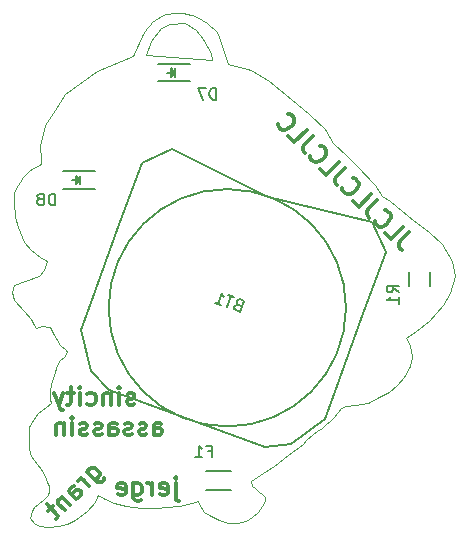
<source format=gbo>
%TF.GenerationSoftware,KiCad,Pcbnew,4.0.5+dfsg1-4*%
%TF.CreationDate,2019-11-28T21:22:44-08:00*%
%TF.ProjectId,SpangSimple,5370616E6753696D706C652E6B696361,rev?*%
%TF.FileFunction,Legend,Bot*%
%FSLAX46Y46*%
G04 Gerber Fmt 4.6, Leading zero omitted, Abs format (unit mm)*
G04 Created by KiCad (PCBNEW 4.0.5+dfsg1-4) date Thu Nov 28 21:22:44 2019*
%MOMM*%
%LPD*%
G01*
G04 APERTURE LIST*
%ADD10C,0.100000*%
%ADD11C,0.300000*%
%ADD12C,0.150000*%
G04 APERTURE END LIST*
D10*
D11*
X144972801Y-110355543D02*
X144829944Y-110426971D01*
X144544229Y-110426971D01*
X144401372Y-110355543D01*
X144329944Y-110212686D01*
X144329944Y-110141257D01*
X144401372Y-109998400D01*
X144544229Y-109926971D01*
X144758515Y-109926971D01*
X144901372Y-109855543D01*
X144972801Y-109712686D01*
X144972801Y-109641257D01*
X144901372Y-109498400D01*
X144758515Y-109426971D01*
X144544229Y-109426971D01*
X144401372Y-109498400D01*
X143687086Y-110426971D02*
X143687086Y-109426971D01*
X143687086Y-108926971D02*
X143758515Y-108998400D01*
X143687086Y-109069829D01*
X143615658Y-108998400D01*
X143687086Y-108926971D01*
X143687086Y-109069829D01*
X142972800Y-109426971D02*
X142972800Y-110426971D01*
X142972800Y-109569829D02*
X142901372Y-109498400D01*
X142758514Y-109426971D01*
X142544229Y-109426971D01*
X142401372Y-109498400D01*
X142329943Y-109641257D01*
X142329943Y-110426971D01*
X140972800Y-110355543D02*
X141115657Y-110426971D01*
X141401371Y-110426971D01*
X141544229Y-110355543D01*
X141615657Y-110284114D01*
X141687086Y-110141257D01*
X141687086Y-109712686D01*
X141615657Y-109569829D01*
X141544229Y-109498400D01*
X141401371Y-109426971D01*
X141115657Y-109426971D01*
X140972800Y-109498400D01*
X140329943Y-110426971D02*
X140329943Y-109426971D01*
X140329943Y-108926971D02*
X140401372Y-108998400D01*
X140329943Y-109069829D01*
X140258515Y-108998400D01*
X140329943Y-108926971D01*
X140329943Y-109069829D01*
X139829943Y-109426971D02*
X139258514Y-109426971D01*
X139615657Y-108926971D02*
X139615657Y-110212686D01*
X139544229Y-110355543D01*
X139401371Y-110426971D01*
X139258514Y-110426971D01*
X138901371Y-109426971D02*
X138544228Y-110426971D01*
X138187086Y-109426971D02*
X138544228Y-110426971D01*
X138687086Y-110784114D01*
X138758514Y-110855543D01*
X138901371Y-110926971D01*
X146615659Y-112976971D02*
X146615659Y-112191257D01*
X146687088Y-112048400D01*
X146829945Y-111976971D01*
X147115659Y-111976971D01*
X147258516Y-112048400D01*
X146615659Y-112905543D02*
X146758516Y-112976971D01*
X147115659Y-112976971D01*
X147258516Y-112905543D01*
X147329945Y-112762686D01*
X147329945Y-112619829D01*
X147258516Y-112476971D01*
X147115659Y-112405543D01*
X146758516Y-112405543D01*
X146615659Y-112334114D01*
X145972802Y-112905543D02*
X145829945Y-112976971D01*
X145544230Y-112976971D01*
X145401373Y-112905543D01*
X145329945Y-112762686D01*
X145329945Y-112691257D01*
X145401373Y-112548400D01*
X145544230Y-112476971D01*
X145758516Y-112476971D01*
X145901373Y-112405543D01*
X145972802Y-112262686D01*
X145972802Y-112191257D01*
X145901373Y-112048400D01*
X145758516Y-111976971D01*
X145544230Y-111976971D01*
X145401373Y-112048400D01*
X144758516Y-112905543D02*
X144615659Y-112976971D01*
X144329944Y-112976971D01*
X144187087Y-112905543D01*
X144115659Y-112762686D01*
X144115659Y-112691257D01*
X144187087Y-112548400D01*
X144329944Y-112476971D01*
X144544230Y-112476971D01*
X144687087Y-112405543D01*
X144758516Y-112262686D01*
X144758516Y-112191257D01*
X144687087Y-112048400D01*
X144544230Y-111976971D01*
X144329944Y-111976971D01*
X144187087Y-112048400D01*
X142829944Y-112976971D02*
X142829944Y-112191257D01*
X142901373Y-112048400D01*
X143044230Y-111976971D01*
X143329944Y-111976971D01*
X143472801Y-112048400D01*
X142829944Y-112905543D02*
X142972801Y-112976971D01*
X143329944Y-112976971D01*
X143472801Y-112905543D01*
X143544230Y-112762686D01*
X143544230Y-112619829D01*
X143472801Y-112476971D01*
X143329944Y-112405543D01*
X142972801Y-112405543D01*
X142829944Y-112334114D01*
X142187087Y-112905543D02*
X142044230Y-112976971D01*
X141758515Y-112976971D01*
X141615658Y-112905543D01*
X141544230Y-112762686D01*
X141544230Y-112691257D01*
X141615658Y-112548400D01*
X141758515Y-112476971D01*
X141972801Y-112476971D01*
X142115658Y-112405543D01*
X142187087Y-112262686D01*
X142187087Y-112191257D01*
X142115658Y-112048400D01*
X141972801Y-111976971D01*
X141758515Y-111976971D01*
X141615658Y-112048400D01*
X140972801Y-112905543D02*
X140829944Y-112976971D01*
X140544229Y-112976971D01*
X140401372Y-112905543D01*
X140329944Y-112762686D01*
X140329944Y-112691257D01*
X140401372Y-112548400D01*
X140544229Y-112476971D01*
X140758515Y-112476971D01*
X140901372Y-112405543D01*
X140972801Y-112262686D01*
X140972801Y-112191257D01*
X140901372Y-112048400D01*
X140758515Y-111976971D01*
X140544229Y-111976971D01*
X140401372Y-112048400D01*
X139687086Y-112976971D02*
X139687086Y-111976971D01*
X139687086Y-111476971D02*
X139758515Y-111548400D01*
X139687086Y-111619829D01*
X139615658Y-111548400D01*
X139687086Y-111476971D01*
X139687086Y-111619829D01*
X138972800Y-111976971D02*
X138972800Y-112976971D01*
X138972800Y-112119829D02*
X138901372Y-112048400D01*
X138758514Y-111976971D01*
X138544229Y-111976971D01*
X138401372Y-112048400D01*
X138329943Y-112191257D01*
X138329943Y-112976971D01*
X140963421Y-116112610D02*
X141822051Y-116971240D01*
X141973574Y-117021747D01*
X142074589Y-117021748D01*
X142226111Y-116971240D01*
X142377635Y-116819717D01*
X142428142Y-116668194D01*
X141620021Y-116769209D02*
X141771543Y-116718701D01*
X141973573Y-116516671D01*
X142024082Y-116365148D01*
X142024081Y-116264133D01*
X141973574Y-116112610D01*
X141670528Y-115809564D01*
X141519005Y-115759057D01*
X141417990Y-115759056D01*
X141266466Y-115809564D01*
X141064436Y-116011595D01*
X141013929Y-116163118D01*
X141165451Y-117324793D02*
X140458345Y-116617686D01*
X140660376Y-116819717D02*
X140508853Y-116769209D01*
X140407837Y-116769209D01*
X140256314Y-116819717D01*
X140155299Y-116920732D01*
X140054284Y-118435960D02*
X139498700Y-117880377D01*
X139448193Y-117728854D01*
X139498700Y-117577331D01*
X139700731Y-117375300D01*
X139852254Y-117324793D01*
X140003777Y-118385453D02*
X140155299Y-118334945D01*
X140407837Y-118082407D01*
X140458345Y-117930885D01*
X140407838Y-117779362D01*
X140306823Y-117678346D01*
X140155299Y-117627838D01*
X140003777Y-117678346D01*
X139751238Y-117930885D01*
X139599715Y-117981392D01*
X138842101Y-118233930D02*
X139549207Y-118941037D01*
X138943117Y-118334946D02*
X138842101Y-118334945D01*
X138690578Y-118385453D01*
X138539055Y-118536976D01*
X138488548Y-118688499D01*
X138539055Y-118840022D01*
X139094639Y-119395605D01*
X138033979Y-119042052D02*
X137629917Y-119446113D01*
X137528902Y-118840022D02*
X138438040Y-119749160D01*
X138488548Y-119900682D01*
X138438039Y-120052205D01*
X138337024Y-120153220D01*
X148453171Y-117102771D02*
X148453171Y-118388486D01*
X148524600Y-118531343D01*
X148667457Y-118602771D01*
X148738885Y-118602771D01*
X148453171Y-116602771D02*
X148524600Y-116674200D01*
X148453171Y-116745629D01*
X148381743Y-116674200D01*
X148453171Y-116602771D01*
X148453171Y-116745629D01*
X147167457Y-118031343D02*
X147310314Y-118102771D01*
X147596028Y-118102771D01*
X147738885Y-118031343D01*
X147810314Y-117888486D01*
X147810314Y-117317057D01*
X147738885Y-117174200D01*
X147596028Y-117102771D01*
X147310314Y-117102771D01*
X147167457Y-117174200D01*
X147096028Y-117317057D01*
X147096028Y-117459914D01*
X147810314Y-117602771D01*
X146453171Y-118102771D02*
X146453171Y-117102771D01*
X146453171Y-117388486D02*
X146381743Y-117245629D01*
X146310314Y-117174200D01*
X146167457Y-117102771D01*
X146024600Y-117102771D01*
X144881743Y-117102771D02*
X144881743Y-118317057D01*
X144953172Y-118459914D01*
X145024600Y-118531343D01*
X145167457Y-118602771D01*
X145381743Y-118602771D01*
X145524600Y-118531343D01*
X144881743Y-118031343D02*
X145024600Y-118102771D01*
X145310314Y-118102771D01*
X145453172Y-118031343D01*
X145524600Y-117959914D01*
X145596029Y-117817057D01*
X145596029Y-117388486D01*
X145524600Y-117245629D01*
X145453172Y-117174200D01*
X145310314Y-117102771D01*
X145024600Y-117102771D01*
X144881743Y-117174200D01*
X143596029Y-118031343D02*
X143738886Y-118102771D01*
X144024600Y-118102771D01*
X144167457Y-118031343D01*
X144238886Y-117888486D01*
X144238886Y-117317057D01*
X144167457Y-117174200D01*
X144024600Y-117102771D01*
X143738886Y-117102771D01*
X143596029Y-117174200D01*
X143524600Y-117317057D01*
X143524600Y-117459914D01*
X144238886Y-117602771D01*
X168243278Y-95860002D02*
X167485664Y-96617617D01*
X167384648Y-96819647D01*
X167384648Y-97021678D01*
X167485664Y-97223708D01*
X167586679Y-97324723D01*
X166172465Y-95910509D02*
X166677542Y-96415586D01*
X167738202Y-95354926D01*
X165313835Y-94849849D02*
X165313835Y-94950865D01*
X165414851Y-95152895D01*
X165515866Y-95253911D01*
X165717896Y-95354926D01*
X165919927Y-95354926D01*
X166071449Y-95304419D01*
X166323988Y-95152895D01*
X166475511Y-95001373D01*
X166627034Y-94748834D01*
X166677542Y-94597312D01*
X166677541Y-94395281D01*
X166576526Y-94193250D01*
X166475511Y-94092235D01*
X166273480Y-93991220D01*
X166172464Y-93991220D01*
X165515866Y-93132590D02*
X164758252Y-93890205D01*
X164657236Y-94092235D01*
X164657236Y-94294266D01*
X164758252Y-94496296D01*
X164859267Y-94597311D01*
X163445053Y-93183097D02*
X163950130Y-93688174D01*
X165010790Y-92627514D01*
X162586423Y-92122437D02*
X162586423Y-92223453D01*
X162687439Y-92425483D01*
X162788454Y-92526499D01*
X162990484Y-92627514D01*
X163192515Y-92627514D01*
X163344037Y-92577007D01*
X163596576Y-92425483D01*
X163748099Y-92273961D01*
X163899622Y-92021422D01*
X163950130Y-91869900D01*
X163950129Y-91667869D01*
X163849114Y-91465838D01*
X163748099Y-91364823D01*
X163546068Y-91263808D01*
X163445052Y-91263808D01*
X162788454Y-90405178D02*
X162030840Y-91162793D01*
X161929824Y-91364823D01*
X161929824Y-91566854D01*
X162030840Y-91768884D01*
X162131855Y-91869899D01*
X160717641Y-90455686D02*
X161222718Y-90960762D01*
X162283378Y-89900102D01*
X159859011Y-89395025D02*
X159859011Y-89496041D01*
X159960027Y-89698072D01*
X160061042Y-89799087D01*
X160263072Y-89900102D01*
X160465103Y-89900103D01*
X160616625Y-89849595D01*
X160869164Y-89698072D01*
X161020687Y-89546549D01*
X161172210Y-89294010D01*
X161222718Y-89142488D01*
X161222717Y-88940457D01*
X161121703Y-88738426D01*
X161020687Y-88637411D01*
X160818656Y-88536396D01*
X160717640Y-88536396D01*
X160061042Y-87677766D02*
X159303428Y-88435381D01*
X159202412Y-88637411D01*
X159202412Y-88839442D01*
X159303428Y-89041472D01*
X159404443Y-89142487D01*
X157990229Y-87728274D02*
X158495306Y-88233350D01*
X159555966Y-87172690D01*
X157131599Y-86667613D02*
X157131599Y-86768629D01*
X157232615Y-86970660D01*
X157333630Y-87071675D01*
X157535660Y-87172690D01*
X157737691Y-87172691D01*
X157889213Y-87122183D01*
X158141752Y-86970660D01*
X158293275Y-86819137D01*
X158444798Y-86566598D01*
X158495306Y-86415076D01*
X158495305Y-86213045D01*
X158394291Y-86011015D01*
X158293275Y-85909999D01*
X158091244Y-85808984D01*
X157990229Y-85808984D01*
D10*
X137784438Y-103830542D02*
X138057727Y-104412761D01*
X138057727Y-104412761D02*
X138629151Y-105348474D01*
X138629151Y-105348474D02*
X139175730Y-105847521D01*
X139175730Y-105847521D02*
X139262684Y-105993077D01*
X139262684Y-105993077D02*
X139026662Y-106377757D01*
X139026662Y-106377757D02*
X138678838Y-106668867D01*
X138678838Y-106668867D02*
X138442816Y-107063946D01*
X138442816Y-107063946D02*
X138132260Y-107937276D01*
X138132260Y-107937276D02*
X137933503Y-108706640D01*
X137933503Y-108706640D02*
X137846549Y-109247273D01*
X137846549Y-109247273D02*
X137834130Y-109964652D01*
X137834130Y-109964652D02*
X137871398Y-110338938D01*
X137871398Y-110338938D02*
X137486308Y-110598858D01*
X137486308Y-110598858D02*
X136790662Y-111129094D01*
X136790662Y-111129094D02*
X136405572Y-111700918D01*
X136405572Y-111700918D02*
X136082594Y-112345520D01*
X136082594Y-112345520D02*
X136020488Y-113135677D01*
X136020488Y-113135677D02*
X136032907Y-114227338D01*
X136032907Y-114227338D02*
X136219240Y-114799163D01*
X136219240Y-114799163D02*
X136467685Y-115121464D01*
X136467685Y-115121464D02*
X136740975Y-115454163D01*
X136740975Y-115454163D02*
X137063953Y-115890827D01*
X137063953Y-115890827D02*
X137399354Y-116452256D01*
X137399354Y-116452256D02*
X137598110Y-116982491D01*
X137598110Y-116982491D02*
X137697483Y-117315189D01*
X137697483Y-117315189D02*
X137747170Y-117741457D01*
X137747170Y-117741457D02*
X137610526Y-118105346D01*
X137610526Y-118105346D02*
X137287548Y-118438042D01*
X137287548Y-118438042D02*
X136803079Y-118822725D01*
X136803079Y-118822725D02*
X136430412Y-119082644D01*
X136430412Y-119082644D02*
X136281344Y-119446532D01*
X136281344Y-119446532D02*
X136169544Y-119997563D01*
X136169544Y-119997563D02*
X136455256Y-120423831D01*
X136455256Y-120423831D02*
X136852768Y-120673355D01*
X136852768Y-120673355D02*
X137610526Y-120756525D01*
X137610526Y-120756525D02*
X138492506Y-120704535D01*
X138492506Y-120704535D02*
X139287530Y-120527791D01*
X139287530Y-120527791D02*
X139933488Y-120195092D01*
X139933488Y-120195092D02*
X140914845Y-119425730D01*
X140914845Y-119425730D02*
X141635336Y-118677160D01*
X141635336Y-118677160D02*
X141809248Y-118271686D01*
X141809248Y-118271686D02*
X141908622Y-118126130D01*
X141908622Y-118126130D02*
X142504889Y-118406844D01*
X142504889Y-118406844D02*
X143200536Y-118739540D01*
X143200536Y-118739540D02*
X144268850Y-118989064D01*
X144268850Y-118989064D02*
X145598032Y-119155412D01*
X145598032Y-119155412D02*
X146840256Y-119196992D01*
X146840256Y-119196992D02*
X147660126Y-119145012D01*
X147660126Y-119145012D02*
X148778127Y-119020251D01*
X148778127Y-119020251D02*
X149809175Y-118781124D01*
X149809175Y-118781124D02*
X150343332Y-118614773D01*
X150343332Y-118614773D02*
X150442702Y-118874695D01*
X150442702Y-118874695D02*
X150877480Y-119550487D01*
X150877480Y-119550487D02*
X151424060Y-119893582D01*
X151424060Y-119893582D02*
X152094861Y-120226278D01*
X152094861Y-120226278D02*
X152902308Y-120455007D01*
X152902308Y-120455007D02*
X153660066Y-120465397D01*
X153660066Y-120465397D02*
X154380556Y-120247063D01*
X154380556Y-120247063D02*
X154914714Y-119924762D01*
X154914714Y-119924762D02*
X155473714Y-119540082D01*
X155473714Y-119540082D02*
X155784271Y-118989050D01*
X155784271Y-118989050D02*
X155995448Y-118604369D01*
X155995448Y-118604369D02*
X155983028Y-118292467D01*
X155983028Y-118292467D02*
X155771851Y-118042943D01*
X155771851Y-118042943D02*
X155535828Y-117814212D01*
X155535828Y-117814212D02*
X155188006Y-117533499D01*
X155188006Y-117533499D02*
X154951983Y-117294371D01*
X154951983Y-117294371D02*
X154840183Y-116930485D01*
X154840183Y-116930485D02*
X155101050Y-116732945D01*
X155101050Y-116732945D02*
X155896074Y-116254693D01*
X155896074Y-116254693D02*
X156802898Y-115599692D01*
X156802898Y-115599692D02*
X157958168Y-114726362D01*
X157958168Y-114726362D02*
X159212815Y-113749065D01*
X159212815Y-113749065D02*
X159535794Y-113468351D01*
X159535794Y-113468351D02*
X160119640Y-112948511D01*
X160119640Y-112948511D02*
X160467463Y-112636605D01*
X160467463Y-112636605D02*
X160863322Y-112378696D01*
X160863322Y-112378696D02*
X161229295Y-112088163D01*
X161229295Y-112088163D02*
X161527529Y-111809825D01*
X161527529Y-111809825D02*
X161862989Y-111473646D01*
X161862989Y-111473646D02*
X162479868Y-110733995D01*
X162479868Y-110733995D02*
X162889803Y-110567646D01*
X162889803Y-110567646D02*
X163647560Y-110505266D01*
X163647560Y-110505266D02*
X164765572Y-110255755D01*
X164765572Y-110255755D02*
X165684818Y-109819088D01*
X165684818Y-109819088D02*
X166554376Y-109340837D01*
X166554376Y-109340837D02*
X167225177Y-108800203D01*
X167225177Y-108800203D02*
X167796601Y-108093220D01*
X167796601Y-108093220D02*
X168318336Y-107136716D01*
X168318336Y-107136716D02*
X168504668Y-106440131D01*
X168504668Y-106440131D02*
X168417718Y-105774735D01*
X168417718Y-105774735D02*
X168243806Y-105244499D01*
X168243806Y-105244499D02*
X167970517Y-104766246D01*
X167970517Y-104766246D02*
X168802807Y-104204818D01*
X168802807Y-104204818D02*
X169945655Y-103321092D01*
X169945655Y-103321092D02*
X171125770Y-101969507D01*
X171125770Y-101969507D02*
X171697194Y-100961018D01*
X171697194Y-100961018D02*
X172094706Y-99515862D01*
X172094706Y-99515862D02*
X171871105Y-98289040D01*
X171871105Y-98289040D02*
X171038814Y-96833490D01*
X171038814Y-96833490D02*
X169908388Y-95814600D01*
X169908388Y-95814600D02*
X168529518Y-94837301D01*
X168529518Y-94837301D02*
X167635115Y-94078348D01*
X167635115Y-94078348D02*
X166616491Y-93215414D01*
X166616491Y-93215414D02*
X165945690Y-92737161D01*
X165945690Y-92737161D02*
X165299729Y-91874224D01*
X165299729Y-91874224D02*
X163833903Y-90231530D01*
X163833903Y-90231530D02*
X162927079Y-89347802D01*
X162927079Y-89347802D02*
X161809076Y-88318519D01*
X161809076Y-88318519D02*
X161063740Y-87112490D01*
X161063740Y-87112490D02*
X159722137Y-85802493D01*
X159722137Y-85802493D02*
X158231467Y-84575670D01*
X158231467Y-84575670D02*
X156343285Y-82995357D01*
X156343285Y-82995357D02*
X154877459Y-82142820D01*
X154877459Y-82142820D02*
X152865053Y-81581393D01*
X152865053Y-81581393D02*
X152017415Y-79073040D01*
X152017415Y-79073040D02*
X151879364Y-78840599D01*
X151879364Y-78840599D02*
X151671347Y-78593400D01*
X151671347Y-78593400D02*
X151400949Y-78341271D01*
X151400949Y-78341271D02*
X151075756Y-78094038D01*
X151075756Y-78094038D02*
X150703350Y-77861529D01*
X150703350Y-77861529D02*
X150291318Y-77653570D01*
X150291318Y-77653570D02*
X149847244Y-77479988D01*
X149847244Y-77479988D02*
X149378712Y-77350610D01*
X149378712Y-77350610D02*
X149137645Y-77305568D01*
X149137645Y-77305568D02*
X148893308Y-77275263D01*
X148893308Y-77275263D02*
X148646648Y-77260922D01*
X148646648Y-77260922D02*
X148398615Y-77263774D01*
X148398615Y-77263774D02*
X148150156Y-77285047D01*
X148150156Y-77285047D02*
X147902219Y-77325969D01*
X147902219Y-77325969D02*
X147655752Y-77387770D01*
X147655752Y-77387770D02*
X147411703Y-77471677D01*
X147411703Y-77471677D02*
X147171021Y-77578918D01*
X147171021Y-77578918D02*
X146934654Y-77710722D01*
X146934654Y-77710722D02*
X146703549Y-77868318D01*
X146703549Y-77868318D02*
X146478655Y-78052934D01*
X146478655Y-78052934D02*
X146260920Y-78265798D01*
X146260920Y-78265798D02*
X146051291Y-78508138D01*
X146051291Y-78508138D02*
X145850718Y-78781183D01*
X145850718Y-78781183D02*
X145660147Y-79086161D01*
X145660147Y-79086161D02*
X144840278Y-80936791D01*
X144840278Y-80936791D02*
X141759559Y-82205200D01*
X141759559Y-82205200D02*
X139109186Y-84141786D01*
X139109186Y-84141786D02*
X138239628Y-85472576D01*
X138239628Y-85472576D02*
X137436614Y-86800585D01*
X137436614Y-86800585D02*
X136939725Y-88505660D01*
X136939725Y-88505660D02*
X137088791Y-89566134D01*
X137088791Y-89566134D02*
X137088791Y-90023594D01*
X137088791Y-90023594D02*
X136140325Y-90608407D01*
X136140325Y-90608407D02*
X135558692Y-91152902D01*
X135558692Y-91152902D02*
X135248865Y-91615599D01*
X135248865Y-91615599D02*
X134912000Y-92087290D01*
X134912000Y-92087290D02*
X134778226Y-92520094D01*
X134778226Y-92520094D02*
X134778252Y-93246601D01*
X134778252Y-93246601D02*
X134827939Y-94577390D01*
X134827939Y-94577390D02*
X135076384Y-95388342D01*
X135076384Y-95388342D02*
X135647808Y-96635957D01*
X135647808Y-96635957D02*
X136194387Y-97342939D01*
X136194387Y-97342939D02*
X137014256Y-97966747D01*
X137014256Y-97966747D02*
X137585680Y-98237064D01*
X137585680Y-98237064D02*
X137287546Y-99027221D01*
X137287546Y-99027221D02*
X136914877Y-99526266D01*
X136914877Y-99526266D02*
X135672652Y-99942139D01*
X135672652Y-99942139D02*
X134778250Y-100316423D01*
X134778250Y-100316423D02*
X134579495Y-100877851D01*
X134579495Y-100877851D02*
X134803095Y-101543246D01*
X134803095Y-101543246D02*
X135622963Y-102499751D01*
X135622963Y-102499751D02*
X136244076Y-103206734D01*
X136244076Y-103206734D02*
X136467677Y-103664192D01*
X136467677Y-103664192D02*
X136616743Y-103913715D01*
X136616743Y-103913715D02*
X137113634Y-103809748D01*
X137113634Y-103809748D02*
X137784438Y-103830538D01*
X137784438Y-103830538D02*
X137784438Y-103830542D01*
X145908592Y-80820544D02*
X146368216Y-79645706D01*
X146368216Y-79645706D02*
X147250195Y-78574836D01*
X147250195Y-78574836D02*
X147945842Y-78179757D01*
X147945842Y-78179757D02*
X149287444Y-78158964D01*
X149287444Y-78158964D02*
X150219113Y-78720391D01*
X150219113Y-78720391D02*
X150790537Y-79458564D01*
X150790537Y-79458564D02*
X151411650Y-80654196D01*
X151411650Y-80654196D02*
X151498600Y-81278004D01*
X151498600Y-81278004D02*
X145945852Y-80862131D01*
X145945852Y-80862131D02*
X145908592Y-80820544D01*
X145908592Y-80820544D02*
X145908592Y-80820544D01*
D12*
X155989447Y-114026067D02*
X158210852Y-113770415D01*
X142833750Y-109237785D02*
X155989447Y-114026067D01*
X141296385Y-107614052D02*
X142833750Y-109237785D01*
X161116298Y-111635377D02*
X162142358Y-108816299D01*
X140443060Y-104110934D02*
X141469121Y-101291856D01*
X158210852Y-113770415D02*
X161116298Y-111635377D01*
X140443060Y-104110934D02*
X141296385Y-107614052D01*
X156252001Y-92838074D02*
X165051255Y-94976562D01*
X148136788Y-88820200D02*
X156252001Y-92838074D01*
X141469121Y-101291856D02*
X143521242Y-95653701D01*
X164194479Y-103178144D02*
X162142358Y-108816299D01*
X166246600Y-97539988D02*
X164194479Y-103178144D01*
X165051255Y-94976562D02*
X166246600Y-97539988D01*
X145573362Y-90015545D02*
X148136788Y-88820200D01*
X143521242Y-95653701D02*
X145573362Y-90015545D01*
X162881675Y-102235000D02*
G75*
G03X162881675Y-102235000I-10049875J0D01*
G01*
X149682000Y-83071400D02*
X146982000Y-83071400D01*
X149682000Y-81571400D02*
X146982000Y-81571400D01*
X148182000Y-82471400D02*
X148182000Y-82221400D01*
X148182000Y-82221400D02*
X148332000Y-82371400D01*
X148432000Y-81971400D02*
X148432000Y-82671400D01*
X148082000Y-82321400D02*
X147732000Y-82321400D01*
X148432000Y-82321400D02*
X148082000Y-81971400D01*
X148082000Y-81971400D02*
X148082000Y-82671400D01*
X148082000Y-82671400D02*
X148432000Y-82321400D01*
X141604800Y-92164600D02*
X138904800Y-92164600D01*
X141604800Y-90664600D02*
X138904800Y-90664600D01*
X140104800Y-91564600D02*
X140104800Y-91314600D01*
X140104800Y-91314600D02*
X140254800Y-91464600D01*
X140354800Y-91064600D02*
X140354800Y-91764600D01*
X140004800Y-91414600D02*
X139654800Y-91414600D01*
X140354800Y-91414600D02*
X140004800Y-91064600D01*
X140004800Y-91064600D02*
X140004800Y-91764600D01*
X140004800Y-91764600D02*
X140354800Y-91414600D01*
X169988200Y-100371200D02*
X169988200Y-99171200D01*
X168238200Y-99171200D02*
X168238200Y-100371200D01*
X153166600Y-117665400D02*
X151066600Y-117665400D01*
X153166600Y-116065400D02*
X151066600Y-116065400D01*
X153765570Y-101966764D02*
X153615041Y-101962651D01*
X153554007Y-101991112D01*
X153476687Y-102064320D01*
X153427827Y-102198562D01*
X153440001Y-102304343D01*
X153468461Y-102365377D01*
X153541669Y-102442697D01*
X153899648Y-102572991D01*
X154241668Y-101633298D01*
X153928436Y-101519291D01*
X153822655Y-101531465D01*
X153761621Y-101559926D01*
X153684301Y-101633134D01*
X153651728Y-101722628D01*
X153663901Y-101828409D01*
X153692362Y-101889443D01*
X153765570Y-101966764D01*
X154078801Y-102080771D01*
X153436217Y-101340138D02*
X152899249Y-101144698D01*
X152825713Y-102182111D02*
X153167734Y-101242418D01*
X151751778Y-101791230D02*
X152288746Y-101986671D01*
X152020262Y-101888951D02*
X152362283Y-100949258D01*
X152402917Y-101116073D01*
X152459838Y-101238141D01*
X152533046Y-101315461D01*
X151893495Y-84602581D02*
X151893495Y-83602581D01*
X151655400Y-83602581D01*
X151512542Y-83650200D01*
X151417304Y-83745438D01*
X151369685Y-83840676D01*
X151322066Y-84031152D01*
X151322066Y-84174010D01*
X151369685Y-84364486D01*
X151417304Y-84459724D01*
X151512542Y-84554962D01*
X151655400Y-84602581D01*
X151893495Y-84602581D01*
X150988733Y-83602581D02*
X150322066Y-83602581D01*
X150750638Y-84602581D01*
X138279095Y-93568781D02*
X138279095Y-92568781D01*
X138041000Y-92568781D01*
X137898142Y-92616400D01*
X137802904Y-92711638D01*
X137755285Y-92806876D01*
X137707666Y-92997352D01*
X137707666Y-93140210D01*
X137755285Y-93330686D01*
X137802904Y-93425924D01*
X137898142Y-93521162D01*
X138041000Y-93568781D01*
X138279095Y-93568781D01*
X137136238Y-92997352D02*
X137231476Y-92949733D01*
X137279095Y-92902114D01*
X137326714Y-92806876D01*
X137326714Y-92759257D01*
X137279095Y-92664019D01*
X137231476Y-92616400D01*
X137136238Y-92568781D01*
X136945761Y-92568781D01*
X136850523Y-92616400D01*
X136802904Y-92664019D01*
X136755285Y-92759257D01*
X136755285Y-92806876D01*
X136802904Y-92902114D01*
X136850523Y-92949733D01*
X136945761Y-92997352D01*
X137136238Y-92997352D01*
X137231476Y-93044971D01*
X137279095Y-93092590D01*
X137326714Y-93187829D01*
X137326714Y-93378305D01*
X137279095Y-93473543D01*
X137231476Y-93521162D01*
X137136238Y-93568781D01*
X136945761Y-93568781D01*
X136850523Y-93521162D01*
X136802904Y-93473543D01*
X136755285Y-93378305D01*
X136755285Y-93187829D01*
X136802904Y-93092590D01*
X136850523Y-93044971D01*
X136945761Y-92997352D01*
X151183933Y-114380971D02*
X151517267Y-114380971D01*
X151517267Y-114904781D02*
X151517267Y-113904781D01*
X151041076Y-113904781D01*
X150136314Y-114904781D02*
X150707743Y-114904781D01*
X150422029Y-114904781D02*
X150422029Y-113904781D01*
X150517267Y-114047638D01*
X150612505Y-114142876D01*
X150707743Y-114190495D01*
X167330381Y-100925334D02*
X166854190Y-100592000D01*
X167330381Y-100353905D02*
X166330381Y-100353905D01*
X166330381Y-100734858D01*
X166378000Y-100830096D01*
X166425619Y-100877715D01*
X166520857Y-100925334D01*
X166663714Y-100925334D01*
X166758952Y-100877715D01*
X166806571Y-100830096D01*
X166854190Y-100734858D01*
X166854190Y-100353905D01*
X167330381Y-101877715D02*
X167330381Y-101306286D01*
X167330381Y-101592000D02*
X166330381Y-101592000D01*
X166473238Y-101496762D01*
X166568476Y-101401524D01*
X166616095Y-101306286D01*
M02*

</source>
